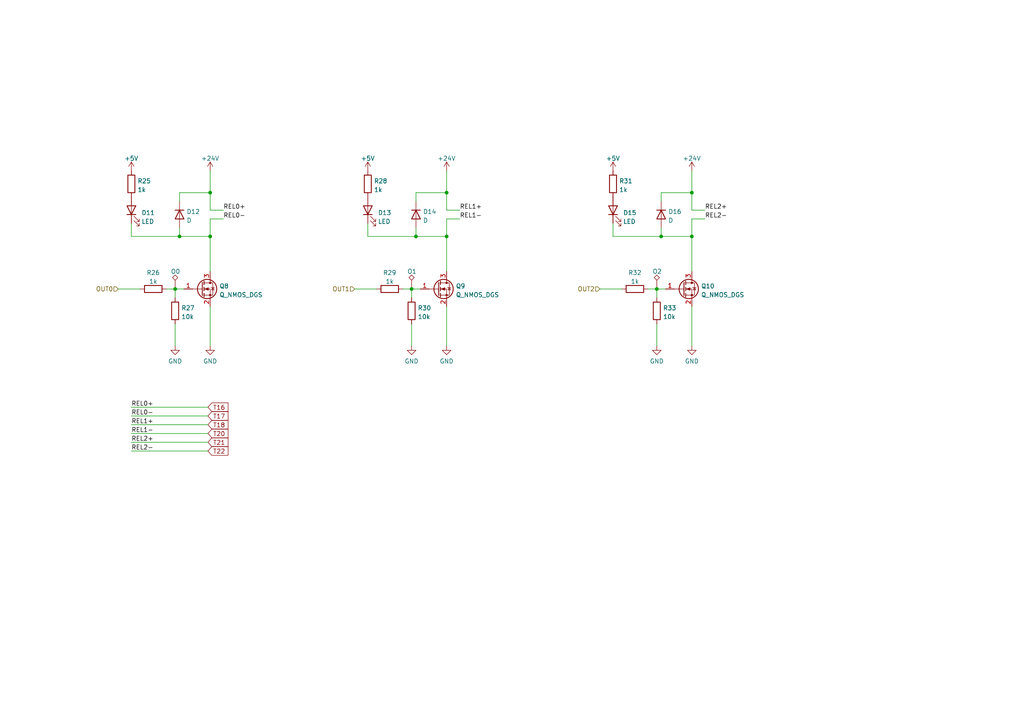
<source format=kicad_sch>
(kicad_sch (version 20211123) (generator eeschema)
  (paper "A4")
  (title_block (title "FloatPUMP Schematics") (date "2022-11-11") (rev "1.0") (company "robtor.de") (comment 1 "Controller board for up to 3 water pumps") (comment 2 "measuring capabilities with piezoresistive pressure sensors") (comment 3 "sensor input Range 4mA-20mA"))
  (lib_symbols
    (symbol "Connector:TestPoint_Alt" (pin_numbers hide) (pin_names (offset 0.762) hide)
      (property "Reference" "TP" (at 0 6.858 0))
      (property "Value" "TestPoint_Alt" (at 0 5.08 0))
      (symbol "TestPoint_Alt_0_1"
        (polyline (pts (xy 0 2.54) (xy -0.762 3.302) (xy 0 4.064) (xy 0.762 3.302) (xy 0 2.54)))
      )
      (symbol "TestPoint_Alt_1_1"
        (pin passive line (at 0 0 90) (length 2.54) (name "1") (number "1"))
      )
    )
    (symbol "Device:D" (pin_numbers hide) (pin_names (offset 1.016) hide)
      (property "Reference" "D" (at 0 2.54 0))
      (property "Value" "D" (at 0 -2.54 0))
      (symbol "D_0_1"
        (polyline (pts (xy -1.27 1.27) (xy -1.27 -1.27)) (stroke (width 0.254)))
        (polyline (pts (xy 1.27 0) (xy -1.27 0)))
        (polyline (pts (xy 1.27 1.27) (xy 1.27 -1.27) (xy -1.27 0) (xy 1.27 1.27)) (stroke (width 0.254)))
      )
      (symbol "D_1_1"
        (pin passive line (at -3.81 0 0) (length 2.54) (name "K") (number "1"))
        (pin passive line (at 3.81 0 180) (length 2.54) (name "A") (number "2"))
      )
    )
    (symbol "Device:LED" (pin_numbers hide) (pin_names (offset 1.016) hide)
      (property "Reference" "D" (at 0 2.54 0))
      (property "Value" "LED" (at 0 -2.54 0))
      (symbol "LED_0_1"
        (polyline (pts (xy -1.27 -1.27) (xy -1.27 1.27)) (stroke (width 0.254)))
        (polyline (pts (xy -1.27 0) (xy 1.27 0)))
        (polyline (pts (xy 1.27 -1.27) (xy 1.27 1.27) (xy -1.27 0) (xy 1.27 -1.27)) (stroke (width 0.254)))
        (polyline (pts (xy -3.048 -0.762) (xy -4.572 -2.286) (xy -3.81 -2.286) (xy -4.572 -2.286) (xy -4.572 -1.524)))
        (polyline (pts (xy -1.778 -0.762) (xy -3.302 -2.286) (xy -2.54 -2.286) (xy -3.302 -2.286) (xy -3.302 -1.524)))
      )
      (symbol "LED_1_1"
        (pin passive line (at -3.81 0 0) (length 2.54) (name "K") (number "1"))
        (pin passive line (at 3.81 0 180) (length 2.54) (name "A") (number "2"))
      )
    )
    (symbol "Device:Q_NMOS_GSD" (pin_names (offset 0) hide)
      (property "Reference" "Q" (at 5.08 1.27 0))
      (property "Value" "Q_NMOS_GSD" (at 5.08 -1.27 0))
      (symbol "Q_NMOS_GSD_0_1"
        (polyline (pts (xy 0.254 0) (xy -2.54 0)))
        (polyline (pts (xy 0.254 1.905) (xy 0.254 -1.905)) (stroke (width 0.254)))
        (polyline (pts (xy 0.762 -1.27) (xy 0.762 -2.286)) (stroke (width 0.254)))
        (polyline (pts (xy 0.762 0.508) (xy 0.762 -0.508)) (stroke (width 0.254)))
        (polyline (pts (xy 0.762 2.286) (xy 0.762 1.27)) (stroke (width 0.254)))
        (polyline (pts (xy 2.54 2.54) (xy 2.54 1.778)))
        (polyline (pts (xy 2.54 -2.54) (xy 2.54 0) (xy 0.762 0)))
        (polyline (pts (xy 0.762 -1.778) (xy 3.302 -1.778) (xy 3.302 1.778) (xy 0.762 1.778)))
        (polyline (pts (xy 1.016 0) (xy 2.032 0.381) (xy 2.032 -0.381) (xy 1.016 0)) (fill (type outline)))
        (polyline (pts (xy 2.794 0.508) (xy 2.921 0.381) (xy 3.683 0.381) (xy 3.81 0.254)))
        (polyline (pts (xy 3.302 0.381) (xy 2.921 -0.254) (xy 3.683 -0.254) (xy 3.302 0.381)))
        (circle (center 1.651 0) (radius 2.794) (stroke (width 0.254)))
        (circle (center 2.54 -1.778) (radius 0.254) (fill (type outline)))
        (circle (center 2.54 1.778) (radius 0.254) (fill (type outline)))
      )
      (symbol "Q_NMOS_GSD_1_1"
        (pin input line (at -5.08 0 0) (length 2.54) (name "G") (number "1"))
        (pin passive line (at 2.54 -5.08 90) (length 2.54) (name "S") (number "2"))
        (pin passive line (at 2.54 5.08 270) (length 2.54) (name "D") (number "3"))
      )
    )
    (symbol "Device:R" (pin_numbers hide) (pin_names (offset 0))
      (property "Reference" "R" (at 2.032 0 90))
      (property "Value" "R" (at 0 0 90))
      (symbol "R_0_1"
        (rectangle (start -1.016 -2.54) (end 1.016 2.54) (stroke (width 0.254)))
      )
      (symbol "R_1_1"
        (pin passive line (at 0 3.81 270) (length 1.27) (name "~") (number "1"))
        (pin passive line (at 0 -3.81 90) (length 1.27) (name "~") (number "2"))
      )
    )
    (symbol "power:+24V" (power) (pin_names (offset 0))
      (property "Value" "+24V" (at 0 3.556 0))
      (symbol "+24V_0_1"
        (polyline (pts (xy -0.762 1.27) (xy 0 2.54)))
        (polyline (pts (xy 0 0) (xy 0 2.54)))
        (polyline (pts (xy 0 2.54) (xy 0.762 1.27)))
      )
      (symbol "+24V_1_1"
        (pin power_in line (at 0 0 90) (length 0) hide (name "+24V") (number "1"))
      )
    )
    (symbol "power:+5V" (power) (pin_names (offset 0))
      (property "Value" "+5V" (at 0 3.556 0))
      (symbol "+5V_0_1"
        (polyline (pts (xy -0.762 1.27) (xy 0 2.54)))
        (polyline (pts (xy 0 0) (xy 0 2.54)))
        (polyline (pts (xy 0 2.54) (xy 0.762 1.27)))
      )
      (symbol "+5V_1_1"
        (pin power_in line (at 0 0 90) (length 0) hide (name "+5V") (number "1"))
      )
    )
    (symbol "power:GND" (power) (pin_names (offset 0))
      (property "Value" "GND" (at 0 -3.81 0))
      (symbol "GND_0_1"
        (polyline (pts (xy 0 0) (xy 0 -1.27) (xy 1.27 -1.27) (xy 0 -2.54) (xy -1.27 -1.27) (xy 0 -1.27)))
      )
      (symbol "GND_1_1"
        (pin power_in line (at 0 0 270) (length 0) hide (name "GND") (number "1"))
      )
    )
  )
  (junction (at 52.07 68.58))
  (junction (at 120.65 68.58))
  (junction (at 60.96 68.58))
  (junction (at 129.54 68.58))
  (junction (at 119.38 83.82))
  (junction (at 50.8 83.82))
  (junction (at 60.96 55.88))
  (junction (at 191.77 68.58))
  (junction (at 129.54 55.88))
  (junction (at 190.5 83.82))
  (junction (at 200.66 68.58))
  (junction (at 200.66 55.88))
  (wire (pts (xy 191.77 58.42) (xy 191.77 55.88)))
  (wire (pts (xy 60.96 68.58) (xy 60.96 78.74)))
  (wire (pts (xy 173.99 83.82) (xy 180.34 83.82)))
  (wire (pts (xy 190.5 83.82) (xy 193.04 83.82)))
  (wire (pts (xy 50.8 83.82) (xy 50.8 86.36)))
  (wire (pts (xy 200.66 88.9) (xy 200.66 100.33)))
  (wire (pts (xy 200.66 68.58) (xy 200.66 78.74)))
  (wire (pts (xy 129.54 49.53) (xy 129.54 55.88)))
  (wire (pts (xy 102.87 83.82) (xy 109.22 83.82)))
  (wire (pts (xy 60.96 55.88) (xy 60.96 60.96)))
  (wire (pts (xy 191.77 68.58) (xy 200.66 68.58)))
  (wire (pts (xy 52.07 68.58) (xy 38.1 68.58)))
  (wire (pts (xy 187.96 83.82) (xy 190.5 83.82)))
  (wire (pts (xy 190.5 83.82) (xy 190.5 86.36)))
  (wire (pts (xy 120.65 55.88) (xy 129.54 55.88)))
  (wire (pts (xy 38.1 128.27) (xy 60.325 128.27)))
  (wire (pts (xy 120.65 68.58) (xy 129.54 68.58)))
  (wire (pts (xy 200.66 55.88) (xy 200.66 60.96)))
  (wire (pts (xy 191.77 55.88) (xy 200.66 55.88)))
  (wire (pts (xy 177.8 64.77) (xy 177.8 68.58)))
  (wire (pts (xy 129.54 60.96) (xy 133.35 60.96)))
  (wire (pts (xy 50.8 83.82) (xy 53.34 83.82)))
  (wire (pts (xy 116.84 83.82) (xy 119.38 83.82)))
  (wire (pts (xy 50.8 93.98) (xy 50.8 100.33)))
  (wire (pts (xy 133.35 63.5) (xy 129.54 63.5)))
  (wire (pts (xy 38.1 125.73) (xy 60.325 125.73)))
  (wire (pts (xy 60.96 88.9) (xy 60.96 100.33)))
  (wire (pts (xy 106.68 64.77) (xy 106.68 68.58)))
  (wire (pts (xy 52.07 55.88) (xy 60.96 55.88)))
  (wire (pts (xy 38.1 123.19) (xy 60.325 123.19)))
  (wire (pts (xy 60.96 63.5) (xy 60.96 68.58)))
  (wire (pts (xy 34.29 83.82) (xy 40.64 83.82)))
  (wire (pts (xy 119.38 93.98) (xy 119.38 100.33)))
  (wire (pts (xy 52.07 66.04) (xy 52.07 68.58)))
  (wire (pts (xy 119.38 83.82) (xy 121.92 83.82)))
  (wire (pts (xy 120.65 66.04) (xy 120.65 68.58)))
  (wire (pts (xy 52.07 58.42) (xy 52.07 55.88)))
  (wire (pts (xy 191.77 68.58) (xy 177.8 68.58)))
  (wire (pts (xy 38.1 130.81) (xy 60.325 130.81)))
  (wire (pts (xy 129.54 88.9) (xy 129.54 100.33)))
  (wire (pts (xy 38.1 120.65) (xy 60.325 120.65)))
  (wire (pts (xy 52.07 68.58) (xy 60.96 68.58)))
  (wire (pts (xy 60.96 60.96) (xy 64.77 60.96)))
  (wire (pts (xy 64.77 63.5) (xy 60.96 63.5)))
  (wire (pts (xy 190.5 93.98) (xy 190.5 100.33)))
  (wire (pts (xy 120.65 58.42) (xy 120.65 55.88)))
  (wire (pts (xy 38.1 118.11) (xy 60.325 118.11)))
  (wire (pts (xy 119.38 83.82) (xy 119.38 86.36)))
  (wire (pts (xy 204.47 63.5) (xy 200.66 63.5)))
  (wire (pts (xy 129.54 68.58) (xy 129.54 78.74)))
  (wire (pts (xy 129.54 63.5) (xy 129.54 68.58)))
  (wire (pts (xy 200.66 49.53) (xy 200.66 55.88)))
  (wire (pts (xy 120.65 68.58) (xy 106.68 68.58)))
  (wire (pts (xy 129.54 55.88) (xy 129.54 60.96)))
  (wire (pts (xy 200.66 63.5) (xy 200.66 68.58)))
  (wire (pts (xy 38.1 64.77) (xy 38.1 68.58)))
  (wire (pts (xy 191.77 66.04) (xy 191.77 68.58)))
  (wire (pts (xy 48.26 83.82) (xy 50.8 83.82)))
  (wire (pts (xy 200.66 60.96) (xy 204.47 60.96)))
  (wire (pts (xy 60.96 49.53) (xy 60.96 55.88)))
  (label "REL1+" (at 38.1 123.19 0))
  (label "REL0+" (at 64.77 60.96 0))
  (label "REL2+" (at 204.47 60.96 0))
  (label "REL1-" (at 133.35 63.5 0))
  (label "REL2-" (at 204.47 63.5 0))
  (label "REL2-" (at 38.1 130.81 0))
  (label "REL1-" (at 38.1 125.73 0))
  (label "REL0-" (at 38.1 120.65 0))
  (label "REL0+" (at 38.1 118.11 0))
  (label "REL0-" (at 64.77 63.5 0))
  (label "REL1+" (at 133.35 60.96 0))
  (label "REL2+" (at 38.1 128.27 0))
  (global_label "T22" (shape input) (at 60.325 130.81 0) (property "Referenzen zwischen Schaltplänen" "${INTERSHEET_REFS}" (effects hide)))
  (global_label "T17" (shape input) (at 60.325 120.65 0) (property "Referenzen zwischen Schaltplänen" "${INTERSHEET_REFS}" (effects hide)))
  (global_label "T18" (shape input) (at 60.325 123.19 0) (property "Referenzen zwischen Schaltplänen" "${INTERSHEET_REFS}" (effects hide)))
  (global_label "T16" (shape input) (at 60.325 118.11 0) (property "Referenzen zwischen Schaltplänen" "${INTERSHEET_REFS}" (effects hide)))
  (global_label "T21" (shape input) (at 60.325 128.27 0) (property "Referenzen zwischen Schaltplänen" "${INTERSHEET_REFS}" (effects hide)))
  (global_label "T20" (shape input) (at 60.325 125.73 0) (property "Referenzen zwischen Schaltplänen" "${INTERSHEET_REFS}" (effects hide)))
  (hierarchical_label "OUT1" (shape input) (at 102.87 83.82 180))
  (hierarchical_label "OUT2" (shape input) (at 173.99 83.82 180))
  (hierarchical_label "OUT0" (shape input) (at 34.29 83.82 180))
  (symbol (lib_id "power:+24V") (at 129.54 49.53 0) (unit 1)
    (property "Reference" "#PWR066" (effects hide))
    (property "Value" "+24V" (at 129.54 45.9542 0))
  )
  (symbol (lib_id "power:GND") (at 200.66 100.33 0) (unit 1)
    (property "Reference" "#PWR071" (effects hide))
    (property "Value" "GND" (at 200.66 104.7734 0))
  )
  (symbol (lib_id "power:GND") (at 119.38 100.33 0) (unit 1)
    (property "Reference" "#PWR065" (effects hide))
    (property "Value" "GND" (at 119.38 104.7734 0))
  )
  (symbol (lib_id "Connector:TestPoint_Alt") (at 119.38 83.82 0) (unit 1)
    (property "Reference" "TP17" (effects hide))
    (property "Value" "O1" (at 118.11 78.74 0) (effects (justify left)))
    (property "Footprint" "TestPoint:TestPoint_Pad_D1.0mm" (effects hide))
  )
  (symbol (lib_id "power:+5V") (at 177.8 49.53 0) (unit 1)
    (property "Reference" "#PWR068" (effects hide))
    (property "Value" "+5V" (at 177.8 45.9542 0))
  )
  (symbol (lib_id "Device:R") (at 113.03 83.82 90) (unit 1)
    (property "Reference" "R29" (at 113.03 79.1042 90))
    (property "Value" "1k" (at 113.03 81.6411 90))
    (property "Footprint" "Resistor_SMD:R_0603_1608Metric" (effects hide))
    (property "JLCPCB" "C328340" (effects hide))
  )
  (symbol (lib_id "Device:D") (at 191.77 62.23 270) (unit 1)
    (property "Reference" "D16" (at 193.802 61.3953 90) (effects (justify left)))
    (property "Value" "D" (at 193.802 63.9322 90) (effects (justify left)))
    (property "Footprint" "Diode_SMD:D_SMA" (effects hide))
    (property "Datasheet" "https://datasheet.lcsc.com/lcsc/2109061630_YONGYUTAI-1N4001_C2892670.pdf" (effects hide))
    (property "JLCPCB" "C2892670" (effects hide))
  )
  (symbol (lib_id "Device:D") (at 52.07 62.23 270) (unit 1)
    (property "Reference" "D12" (at 54.102 61.3953 90) (effects (justify left)))
    (property "Value" "D" (at 54.102 63.9322 90) (effects (justify left)))
    (property "Footprint" "Diode_SMD:D_SMA" (effects hide))
    (property "Datasheet" "https://datasheet.lcsc.com/lcsc/2109061630_YONGYUTAI-1N4001_C2892670.pdf" (effects hide))
    (property "JLCPCB" "C2892670" (effects hide))
  )
  (symbol (lib_id "Connector:TestPoint_Alt") (at 190.5 83.82 0) (unit 1)
    (property "Reference" "TP18" (effects hide))
    (property "Value" "O2" (at 189.23 78.74 0) (effects (justify left)))
    (property "Footprint" "TestPoint:TestPoint_Pad_D1.0mm" (effects hide))
  )
  (symbol (lib_id "Device:R") (at 184.15 83.82 90) (unit 1)
    (property "Reference" "R32" (at 184.15 79.1042 90))
    (property "Value" "1k" (at 184.15 81.6411 90))
    (property "Footprint" "Resistor_SMD:R_0603_1608Metric" (effects hide))
    (property "JLCPCB" "C328340" (effects hide))
  )
  (symbol (lib_id "power:+5V") (at 106.68 49.53 0) (unit 1)
    (property "Reference" "#PWR064" (effects hide))
    (property "Value" "+5V" (at 106.68 45.9542 0))
  )
  (symbol (lib_id "power:+24V") (at 60.96 49.53 0) (unit 1)
    (property "Reference" "#PWR062" (effects hide))
    (property "Value" "+24V" (at 60.96 45.9542 0))
  )
  (symbol (lib_id "Device:D") (at 120.65 62.23 270) (unit 1)
    (property "Reference" "D14" (at 122.682 61.3953 90) (effects (justify left)))
    (property "Value" "D" (at 122.682 63.9322 90) (effects (justify left)))
    (property "Footprint" "Diode_SMD:D_SMA" (effects hide))
    (property "Datasheet" "https://datasheet.lcsc.com/lcsc/2109061630_YONGYUTAI-1N4001_C2892670.pdf" (effects hide))
    (property "JLCPCB" "C2892670" (effects hide))
  )
  (symbol (lib_id "Device:Q_NMOS_GSD") (at 198.12 83.82 0) (unit 1)
    (property "Reference" "Q10" (at 203.327 82.9853 0) (effects (justify left)))
    (property "Value" "Q_NMOS_DGS" (at 203.327 85.5222 0) (effects (justify left)))
    (property "Footprint" "Package_TO_SOT_SMD:SOT-23" (effects hide))
    (property "Datasheet" "https://datasheet.lcsc.com/lcsc/1810271831_TOSHIBA-T2N7002BK-LM_C146372.pdf" (effects hide))
    (property "JLCPCB" "C146372" (effects hide))
  )
  (symbol (lib_id "Connector:TestPoint_Alt") (at 50.8 83.82 0) (unit 1)
    (property "Reference" "TP16" (effects hide))
    (property "Value" "O0" (at 49.53 78.74 0) (effects (justify left)))
    (property "Footprint" "TestPoint:TestPoint_Pad_D1.0mm" (effects hide))
  )
  (symbol (lib_id "Device:LED") (at 106.68 60.96 90) (unit 1)
    (property "Reference" "D13" (at 109.601 61.7128 90) (effects (justify right)))
    (property "Value" "LED" (at 109.601 64.2497 90) (effects (justify right)))
    (property "Footprint" "LED_SMD:LED_0805_2012Metric" (effects hide))
  )
  (symbol (lib_id "power:GND") (at 60.96 100.33 0) (unit 1)
    (property "Reference" "#PWR063" (effects hide))
    (property "Value" "GND" (at 60.96 104.7734 0))
  )
  (symbol (lib_id "Device:LED") (at 177.8 60.96 90) (unit 1)
    (property "Reference" "D15" (at 180.721 61.7128 90) (effects (justify right)))
    (property "Value" "LED" (at 180.721 64.2497 90) (effects (justify right)))
    (property "Footprint" "LED_SMD:LED_0805_2012Metric" (effects hide))
  )
  (symbol (lib_id "Device:R") (at 106.68 53.34 180) (unit 1)
    (property "Reference" "R28" (at 108.458 52.5053 0) (effects (justify right)))
    (property "Value" "1k" (at 108.458 55.0422 0) (effects (justify right)))
    (property "Footprint" "Resistor_SMD:R_0603_1608Metric" (effects hide))
    (property "JLCPCB" "C328340" (effects hide))
  )
  (symbol (lib_id "power:GND") (at 129.54 100.33 0) (unit 1)
    (property "Reference" "#PWR067" (effects hide))
    (property "Value" "GND" (at 129.54 104.7734 0))
  )
  (symbol (lib_id "Device:LED") (at 38.1 60.96 90) (unit 1)
    (property "Reference" "D11" (at 41.021 61.7128 90) (effects (justify right)))
    (property "Value" "LED" (at 41.021 64.2497 90) (effects (justify right)))
    (property "Footprint" "LED_SMD:LED_0805_2012Metric" (effects hide))
  )
  (symbol (lib_id "Device:Q_NMOS_GSD") (at 58.42 83.82 0) (unit 1)
    (property "Reference" "Q8" (at 63.627 82.9853 0) (effects (justify left)))
    (property "Value" "Q_NMOS_DGS" (at 63.627 85.5222 0) (effects (justify left)))
    (property "Footprint" "Package_TO_SOT_SMD:SOT-23" (effects hide))
    (property "Datasheet" "https://datasheet.lcsc.com/lcsc/1810271831_TOSHIBA-T2N7002BK-LM_C146372.pdf" (effects hide))
    (property "JLCPCB" "C146372" (effects hide))
  )
  (symbol (lib_id "power:GND") (at 50.8 100.33 0) (unit 1)
    (property "Reference" "#PWR061" (effects hide))
    (property "Value" "GND" (at 50.8 104.7734 0))
  )
  (symbol (lib_id "Device:R") (at 38.1 53.34 180) (unit 1)
    (property "Reference" "R25" (at 39.878 52.5053 0) (effects (justify right)))
    (property "Value" "1k" (at 39.878 55.0422 0) (effects (justify right)))
    (property "Footprint" "Resistor_SMD:R_0603_1608Metric" (effects hide))
    (property "JLCPCB" "C328340" (effects hide))
  )
  (symbol (lib_id "Device:Q_NMOS_GSD") (at 127 83.82 0) (unit 1)
    (property "Reference" "Q9" (at 132.207 82.9853 0) (effects (justify left)))
    (property "Value" "Q_NMOS_DGS" (at 132.207 85.5222 0) (effects (justify left)))
    (property "Footprint" "Package_TO_SOT_SMD:SOT-23" (effects hide))
    (property "Datasheet" "https://datasheet.lcsc.com/lcsc/1810271831_TOSHIBA-T2N7002BK-LM_C146372.pdf" (effects hide))
    (property "JLCPCB" "C146372" (effects hide))
  )
  (symbol (lib_id "power:+5V") (at 38.1 49.53 0) (unit 1)
    (property "Reference" "#PWR060" (effects hide))
    (property "Value" "+5V" (at 38.1 45.9542 0))
  )
  (symbol (lib_id "Device:R") (at 50.8 90.17 0) (unit 1)
    (property "Reference" "R27" (at 52.578 89.3353 0) (effects (justify left)))
    (property "Value" "10k" (at 52.578 91.8722 0) (effects (justify left)))
    (property "Footprint" "Resistor_SMD:R_0603_1608Metric" (effects hide))
    (property "JLCPCB" "C238881" (effects hide))
  )
  (symbol (lib_id "Device:R") (at 119.38 90.17 0) (unit 1)
    (property "Reference" "R30" (at 121.158 89.3353 0) (effects (justify left)))
    (property "Value" "10k" (at 121.158 91.8722 0) (effects (justify left)))
    (property "Footprint" "Resistor_SMD:R_0603_1608Metric" (effects hide))
    (property "JLCPCB" "C238881" (effects hide))
  )
  (symbol (lib_id "power:+24V") (at 200.66 49.53 0) (unit 1)
    (property "Reference" "#PWR070" (effects hide))
    (property "Value" "+24V" (at 200.66 45.9542 0))
  )
  (symbol (lib_id "Device:R") (at 190.5 90.17 0) (unit 1)
    (property "Reference" "R33" (at 192.278 89.3353 0) (effects (justify left)))
    (property "Value" "10k" (at 192.278 91.8722 0) (effects (justify left)))
    (property "Footprint" "Resistor_SMD:R_0603_1608Metric" (effects hide))
    (property "JLCPCB" "C238881" (effects hide))
  )
  (symbol (lib_id "power:GND") (at 190.5 100.33 0) (unit 1)
    (property "Reference" "#PWR069" (effects hide))
    (property "Value" "GND" (at 190.5 104.7734 0))
  )
  (symbol (lib_id "Device:R") (at 44.45 83.82 90) (unit 1)
    (property "Reference" "R26" (at 44.45 79.1042 90))
    (property "Value" "1k" (at 44.45 81.6411 90))
    (property "Footprint" "Resistor_SMD:R_0603_1608Metric" (effects hide))
    (property "JLCPCB" "C328340" (effects hide))
  )
  (symbol (lib_id "Device:R") (at 177.8 53.34 180) (unit 1)
    (property "Reference" "R31" (at 179.578 52.5053 0) (effects (justify right)))
    (property "Value" "1k" (at 179.578 55.0422 0) (effects (justify right)))
    (property "Footprint" "Resistor_SMD:R_0603_1608Metric" (effects hide))
    (property "JLCPCB" "C328340" (effects hide))
  )
)
</source>
